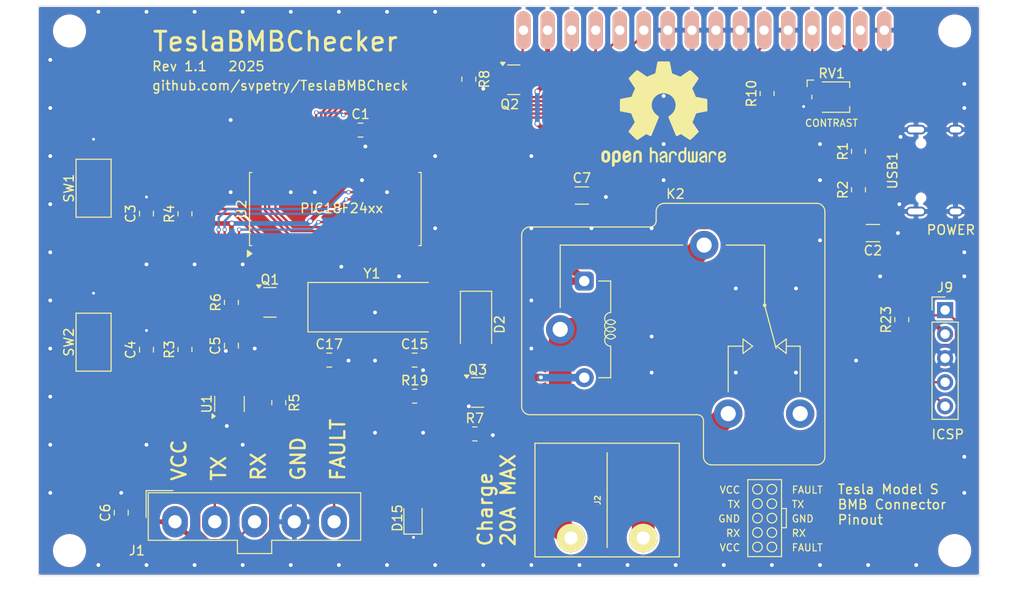
<source format=kicad_pcb>
(kicad_pcb (version 20241229) (generator "pcbnew") (generator_version "9.0")
  (title_block (title "TeslaBMBChecker") (date "2025-07-26") (rev "1.1"))
  (layers (0 "F.Cu" signal) (2 "B.Cu" signal) (13 "F.Paste" user) (15 "B.Paste" user) (5 "F.SilkS" user "F.Silkscreen") (7 "B.SilkS" user "B.Silkscreen") (1 "F.Mask" user) (3 "B.Mask" user) (25 "Edge.Cuts" user))
  (net 0 "")
  (net 1 "GND")
  (net 2 "VCC")
  (net 3 "Net-(U2-RA0{slash}AN0)")
  (net 4 "Net-(U2-RA1{slash}AN1)")
  (net 5 "Net-(Q1-S)")
  (net 6 "/OSC2")
  (net 7 "/OSC1")
  (net 8 "/LCD_D4")
  (net 9 "/LCD_D6")
  (net 10 "/LCD_D7")
  (net 11 "Net-(DS1-VO)")
  (net 12 "/LCD_RS")
  (net 13 "/LCD_E")
  (net 14 "/LED-")
  (net 15 "/LCD_D5")
  (net 16 "/BMS_RX")
  (net 17 "/BMS_TX")
  (net 18 "BMS_FAULT")
  (net 19 "/BMS_VCC")
  (net 20 "/PGD")
  (net 21 "/VPP")
  (net 22 "/PGC")
  (net 23 "/BMS_POWER_ON")
  (net 24 "BACKLT")
  (net 25 "/CC2")
  (net 26 "/CC1")
  (net 27 "Net-(R10-Pad1)")
  (net 28 "/RX")
  (net 29 "/TX")
  (net 32 "Net-(D2-A)")
  (net 42 "Net-(D15-A)")
  (net 43 "Net-(U2-CCP1{slash}RC2)")
  (net 45 "/EN_CHG")
  (net 46 "Net-(J2-Pin_2)")
  (net 47 "Net-(J2-Pin_1)")
  (footprint "Package_TO_SOT_SMD:SOT-23" (layer "F.Cu") (at 125.1435 55.438)
    (property "Reference" "Q2")
    (property "Value" "BSS138")
  )
  (footprint "MountingHole:MountingHole_3mm" (layer "F.Cu") (at 78.232 105.156)
    (property "Reference" "REF**" (hide yes))
    (property "Value" "MountingHole_3mm")
  )
  (footprint "Resistor_SMD:R_0805_2012Metric" (layer "F.Cu") (at 166.116 80.772 90)
    (property "Reference" "R23")
    (property "Value" "10K")
  )
  (footprint "LED_SMD:LED_0805_2012Metric" (layer "F.Cu") (at 114.5032 101.7247 90)
    (property "Reference" "D15")
    (property "Value" "INFO")
  )
  (footprint "Capacitor_SMD:C_1206_3216Metric" (layer "F.Cu") (at 163.068 71.628 180)
    (property "Reference" "C2")
    (property "Value" "10u")
  )
  (footprint "Symbol:OSHW-Logo2_14.6x12mm_SilkScreen" (layer "F.Cu") (at 140.97 59.055)
    (property "Reference" "REF**" (hide yes))
    (property "Value" "OSHW-Logo2_14.6x12mm_SilkScreen" (hide yes))
  )
  (footprint "Resistor_SMD:R_0805_2012Metric" (layer "F.Cu") (at 161.544 67.056 90)
    (property "Reference" "R2")
    (property "Value" "5K1")
  )
  (footprint "Capacitor_SMD:C_0805_2012Metric" (layer "F.Cu") (at 108.966 60.755)
    (property "Reference" "C1")
    (property "Value" "100n")
  )
  (footprint "Resistor_SMD:R_0805_2012Metric" (layer "F.Cu") (at 151.892 56.896 90)
    (property "Reference" "R10")
    (property "Value" "15K")
  )
  (footprint "Capacitor_SMD:C_0805_2012Metric" (layer "F.Cu") (at 86.36 69.576 90)
    (property "Reference" "C3")
    (property "Value" "100n")
  )
  (footprint "Resistor_SMD:R_0805_2012Metric" (layer "F.Cu") (at 95.3285 78.945 90)
    (property "Reference" "R6")
    (property "Value" "15")
  )
  (footprint "Capacitor_SMD:C_0805_2012Metric" (layer "F.Cu") (at 114.674 85.041)
    (property "Reference" "C15")
    (property "Value" "22p")
  )
  (footprint "Resistor_SMD:R_0805_2012Metric" (layer "F.Cu") (at 120.396 55.372 -90)
    (property "Reference" "R8")
    (property "Value" "10K")
  )
  (footprint "Package_TO_SOT_SMD:SOT-23" (layer "F.Cu") (at 99.3925 78.945)
    (property "Reference" "Q1")
    (property "Value" "IRLML2244")
  )
  (footprint "Crystal:Crystal_SMD_HC49-SD" (layer "F.Cu") (at 110.168 79.453)
    (property "Reference" "Y1")
    (property "Value" "10 MHz")
  )
  (footprint "Resistor_SMD:R_0805_2012Metric" (layer "F.Cu") (at 114.681 88.851 180)
    (property "Reference" "R19")
    (property "Value" "1K")
  )
  (footprint "Capacitor_SMD:C_0805_2012Metric" (layer "F.Cu") (at 86.36 83.947 90)
    (property "Reference" "C4")
    (property "Value" "100n")
  )
  (footprint "Package_TO_SOT_SMD:SOT-23" (layer "F.Cu") (at 121.3335 88.458)
    (property "Reference" "Q3")
    (property "Value" "IRLML2502")
  )
  (footprint "Diode_SMD:D_SMA" (layer "F.Cu") (at 121.158 81.28 -90)
    (property "Reference" "D2")
    (property "Value" "SS14")
  )
  (footprint "MountingHole:MountingHole_3mm" (layer "F.Cu") (at 171.704 50.292)
    (property "Reference" "REF**" (hide yes))
    (property "Value" "MountingHole_3mm")
  )
  (footprint "Resistor_SMD:R_0805_2012Metric" (layer "F.Cu") (at 100.33 89.535 -90)
    (property "Reference" "R5")
    (property "Value" "4K7")
  )
  (footprint "Resistor_SMD:R_0805_2012Metric" (layer "F.Cu") (at 161.544 62.992 90)
    (property "Reference" "R1")
    (property "Value" "5K1")
  )
  (footprint "Resistor_SMD:R_0805_2012Metric" (layer "F.Cu") (at 90.424 83.9235 90)
    (property "Reference" "R3")
    (property "Value" "4K7")
  )
  (footprint "Button_Switch_SMD:SW_SPST_CK_RS282G05A3" (layer "F.Cu") (at 80.772 83.148 90)
    (property "Reference" "SW2")
    (property "Value" "~")
  )
  (footprint "Package_TO_SOT_SMD:SOT-23-6" (layer "F.Cu") (at 95.123 89.662 90)
    (property "Reference" "U1")
    (property "Value" "USBLC6")
  )
  (footprint "spetry:KF7.62_2P" (layer "F.Cu") (at 135.001 99.822)
    (property "Reference" "J2")
    (property "Value" "CHARGE" (hide yes))
  )
  (footprint "spetry:Molex_Mini-Fit_Jr_5566-10A_1x05_P4.20mm_Vertical" (layer "F.Cu") (at 89.372 96.608)
    (property "Reference" "J1")
    (property "Value" "TESLA_BMS")
  )
  (footprint "Resistor_SMD:R_0805_2012Metric" (layer "F.Cu") (at 121.031 92.837)
    (property "Reference" "R7")
    (property "Value" "10K")
  )
  (footprint "Potentiometer_SMD:Potentiometer_Bourns_TC33X_Vertical" (layer "F.Cu") (at 158.718 57.27)
    (property "Reference" "RV1")
    (property "Value" "10K")
  )
  (footprint "Capacitor_SMD:C_0805_2012Metric" (layer "F.Cu") (at 105.662 85.041)
    (property "Reference" "C17")
    (property "Value" "22p")
  )
  (footprint "MountingHole:MountingHole_3mm" (layer "F.Cu") (at 78.232 50.292)
    (property "Reference" "REF**" (hide yes))
    (property "Value" "MountingHole_3mm")
  )
  (footprint "Resistor_SMD:R_0805_2012Metric" (layer "F.Cu") (at 90.424 69.596 -90)
    (property "Reference" "R4")
    (property "Value" "4K7")
  )
  (footprint "MountingHole:MountingHole_3mm" (layer "F.Cu") (at 171.704 105.156)
    (property "Reference" "REF**" (hide yes))
    (property "Value" "MountingHole_3mm")
  )
  (footprint "Button_Switch_SMD:SW_SPST_CK_RS282G05A3" (layer "F.Cu") (at 80.772 66.892 90)
    (property "Reference" "SW1")
    (property "Value" "~")
  )
  (footprint "Capacitor_SMD:C_0805_2012Metric" (layer "F.Cu") (at 95.3285 83.517 -90)
    (property "Reference" "C5")
    (property "Value" "1u")
  )
  (footprint "Capacitor_SMD:C_1206_3216Metric" (layer "F.Cu") (at 132.334 67.6656)
    (property "Reference" "C7")
    (property "Value" "10u")
  )
  (footprint "Capacitor_SMD:C_0805_2012Metric" (layer "F.Cu") (at 83.693 101.153 90)
    (property "Reference" "C6")
    (property "Value" "47n")
  )
  (footprint "Connector_PinHeader_2.54mm:PinHeader_1x05_P2.54mm_Vertical" (layer "F.Cu") (at 170.688 79.756)
    (property "Reference" "J9")
    (property "Value" "ICSP")
  )
  (footprint "Package_SO:SOIC-28W_7.5x17.9mm_P1.27mm" (layer "F.Cu") (at 106.299 69.088 90)
    (property "Reference" "U2")
    (property "Value" "PIC18F2480-ISO")
  )
  (footprint "Relay_THT:Relay_SPDT_RAYEX-L90" (layer "F.Cu") (at 130.046 81.796)
    (property "Reference" "K2")
    (property "Value" "SLA-05VDC-SL-C")
  )
  (footprint "spetry:HRO-TYPE-C-31-M-12" (layer "F.Cu") (at 174.392 65.024 90)
    (property "Reference" "USB1")
    (property "Value" "POWER" (hide yes))
  )
  (footprint "spetry:LCD-20x4" (layer "B.Cu") (at 125.27464 77.70644 180)
    (property "Reference" "DS1")
    (property "Value" "WC1602A")
  )
  (gr_circle (center 152.4 98.679) (end 152.4 99.187) (stroke (width 0.12)) (fill no) (layer "F.SilkS"))
  (gr_circle (center 150.876 100.203) (end 150.876 100.711) (stroke (width 0.12)) (fill no) (layer "F.SilkS"))
  (gr_circle (center 152.4 103.251) (end 152.4 103.759) (stroke (width 0.12)) (fill no) (layer "F.SilkS"))
  (gr_circle (center 152.4 101.727) (end 152.4 102.235) (stroke (width 0.12)) (fill no) (layer "F.SilkS"))
  (gr_line (start 153.416 100.711) (end 153.924 100.711) (stroke (width 0.12)) (layer "F.SilkS"))
  (gr_line (start 149.86 105.791) (end 149.86 97.663) (stroke (width 0.12)) (layer "F.SilkS"))
  (gr_line (start 153.416 105.791) (end 149.86 105.791) (stroke (width 0.12)) (layer "F.SilkS"))
  (gr_line (start 153.924 102.743) (end 153.416 102.743) (stroke (width 0.12)) (layer "F.SilkS"))
  (gr_circle (center 150.876 103.251) (end 150.876 103.759) (stroke (width 0.12)) (fill no) (layer "F.SilkS"))
  (gr_circle (center 150.876 98.679) (end 150.876 99.187) (stroke (width 0.12)) (fill no) (layer "F.SilkS"))
  (gr_circle (center 152.4 104.775) (end 152.4 105.283) (stroke (width 0.12)) (fill no) (layer "F.SilkS"))
  (gr_line (start 149.86 97.663) (end 153.416 97.663) (stroke (width 0.12)) (layer "F.SilkS"))
  (gr_circle (center 150.876 101.727) (end 150.876 102.235) (stroke (width 0.12)) (fill no) (layer "F.SilkS"))
  (gr_circle (center 152.4 100.203) (end 152.4 100.711) (stroke (width 0.12)) (fill no) (layer "F.SilkS"))
  (gr_line (start 153.416 97.663) (end 153.416 105.791) (stroke (width 0.12)) (layer "F.SilkS"))
  (gr_line (start 153.924 100.711) (end 153.924 102.743) (stroke (width 0.12)) (layer "F.SilkS"))
  (gr_circle (center 150.876 104.775) (end 150.876 105.283) (stroke (width 0.12)) (fill no) (layer "F.SilkS"))
  (gr_line (start 74.93 107.823) (end 76.2 107.823) (stroke (width 0.05)) (layer "Edge.Cuts"))
  (gr_line (start 74.93 107.823) (end 74.93 47.625) (stroke (width 0.05)) (layer "Edge.Cuts"))
  (gr_line (start 76.2 47.625) (end 174.371 47.625) (stroke (width 0.05)) (layer "Edge.Cuts"))
  (gr_line (start 74.93 47.625) (end 76.2 47.625) (stroke (width 0.05)) (layer "Edge.Cuts"))
  (gr_line (start 174.371 107.823) (end 76.2 107.823) (stroke (width 0.05)) (layer "Edge.Cuts"))
  (gr_line (start 174.371 47.625) (end 174.371 107.823) (stroke (width 0.05)) (layer "Edge.Cuts"))
  (gr_text "RX" (at 147.490571 103.759 0) (layer "F.SilkS") (effects (font (size 0.75 0.75) (thickness 0.12)) (justify left bottom)))
  (gr_text "TX" (at 154.432 100.711 0) (layer "F.SilkS") (effects (font (size 0.75 0.75) (thickness 0.12)) (justify left bottom)))
  (gr_text "VCC" (at 146.812 99.187 0) (layer "F.SilkS") (effects (font (size 0.75 0.75) (thickness 0.12)) (justify left bottom)))
  (gr_text "ICSP" (at 169.164 93.472 0) (layer "F.SilkS") (effects (font (size 1 1)) (justify left bottom)))
  (gr_text "TX" (at 94.869 97.917 90) (layer "F.SilkS") (effects (font (size 1.5 1.5) (thickness 0.25) (bold yes)) (justify left bottom)))
  (gr_text "VCC" (at 90.678 97.917 90) (layer "F.SilkS") (effects (font (size 1.5 1.5) (thickness 0.25) (bold yes)) (justify left bottom)))
  (gr_text "Charge\n20A MAX" (at 125.4252 104.8512 90) (layer "F.SilkS") (effects (font (size 1.5 1.5) (thickness 0.25) (bold yes)) (justify left bottom)))
  (gr_text "RX" (at 99.06 97.917 90) (layer "F.SilkS") (effects (font (size 1.5 1.5) (thickness 0.25) (bold yes)) (justify left bottom)))
  (gr_text "GND" (at 146.669143 102.235 0) (layer "F.SilkS") (effects (font (size 0.75 0.75) (thickness 0.12)) (justify left bottom)))
  (gr_text "GND" (at 154.432 102.235 0) (layer "F.SilkS") (effects (font (size 0.75 0.75) (thickness 0.12)) (justify left bottom)))
  (gr_text "github.com/svpetry/TeslaBMBCheck" (at 86.868 56.642 0) (layer "F.SilkS") (effects (font (size 1 1)) (justify left bottom)))
  (gr_text "TX" (at 147.669142 100.711 0) (layer "F.SilkS") (effects (font (size 0.75 0.75) (thickness 0.12)) (justify left bottom)))
  (gr_text "PIC18F24xx" (at 102.489 69.596 0) (layer "F.SilkS") (effects (font (size 1 1)) (justify left bottom)))
  (gr_text "GND" (at 103.251 97.917 90) (layer "F.SilkS") (effects (font (size 1.5 1.5) (thickness 0.25) (bold yes)) (justify left bottom)))
  (gr_text "Tesla Model S\nBMB Connector\nPinout" (at 159.258 102.489 0) (layer "F.SilkS") (effects (font (size 1 1)) (justify left bottom)))
  (gr_text "VCC" (at 146.812 105.283 0) (layer "F.SilkS") (effects (font (size 0.75 0.75) (thickness 0.12)) (justify left bottom)))
  (gr_text "CONTRAST" (at 155.829 60.452 0) (layer "F.SilkS") (effects (font (size 0.75 0.75) (thickness 0.12)) (justify left bottom)))
  (gr_text "TeslaBMBChecker" (at 86.868 52.578 0) (layer "F.SilkS") (effects (font (size 2 2) (thickness 0.3)) (justify left bottom)))
  (gr_text "RX" (at 154.432 103.759 0) (layer "F.SilkS") (effects (font (size 0.75 0.75) (thickness 0.12)) (justify left bottom)))
  (gr_text "FAULT" (at 107.442 97.917 90) (layer "F.SilkS") (effects (font (size 1.5 1.5) (thickness 0.25) (bold yes)) (justify left bottom)))
  (gr_text "POWER" (at 168.656 71.882 0) (layer "F.SilkS") (effects (font (size 1 1)) (justify left bottom)))
  (gr_text "Rev 1.1   2025" (at 86.868 54.61 0) (layer "F.SilkS") (effects (font (size 1 1)) (justify left bottom)))
  (gr_text "FAULT" (at 154.432 99.187 0) (layer "F.SilkS") (effects (font (size 0.75 0.75) (thickness 0.12)) (justify left bottom)))
  (gr_text "FAULT" (at 154.432 105.283 0) (layer "F.SilkS") (effects (font (size 0.75 0.75) (thickness 0.12)) (justify left bottom)))
  (segment (start 134.7216 67.6656) (end 134.874 67.818) (width 0.8) (layer "F.Cu") (net 1))
  (segment (start 166.193 68.249) (end 165.862 68.58) (width 0.5) (layer "F.Cu") (net 1))
  (segment (start 166.697 68.249) (end 166.193 68.249) (width 0.5) (layer "F.Cu") (net 1))
  (segment (start 95.123 90.7995) (end 95.123 91.7194) (width 0.5) (layer "F.Cu") (net 1))
  (segment (start 122.809 92.837) (end 122.936 92.964) (width 0.5) (layer "F.Cu") (net 1))
  (segment (start 106.612 85.041) (end 107.647 85.041) (width 0.5) (layer "F.Cu") (net 1))
  (segment (start 164.543 71.628) (end 165.7096 71.628) (width 0.8) (layer "F.Cu") (net 1))
  (segment (start 80.772 62.992) (end 80.772 61.722) (width 0.25) (layer "F.Cu") (net 1))
  (segment (start 121.9435 92.837) (end 122.809 92.837) (width 0.5) (layer "F.Cu") (net 1))
  (segment (start 106.934 73.738) (end 106.934 75.184) (width 0.5) (layer "F.Cu") (net 1))
  (segment (start 114.5032 103.7082) (end 114.554 103.759) (width 0.25) (layer "F.Cu") (net 1))
  (segment (start 109.474 62.484) (end 109.474 61.197) (width 0.5) (layer "F.Cu") (net 1))
  (segment (start 115.624 86.052) (end 115.57 86.106) (width 0.5) (layer "F.Cu") (net 1))
  (segment (start 133.809 67.6656) (end 134.7216 67.6656) (width 0.8) (layer "F.Cu") (net 1))
  (segment (start 155.7552 58.27) (end 155.7528 58.2676) (width 0.25) (layer "F.Cu") (net 1))
  (segment (start 166.32 61.799) (end 165.989 61.468) (width 0.5) (layer "F.Cu") (net 1))
  (segment (start 114.5032 102.6622) (end 114.5032 103.7082) (width 0.25) (layer "F.Cu") (net 1))
  (segment (start 80.772 79.248) (end 80.772 77.978) (width 0.25) (layer "F.Cu") (net 1))
  (segment (start 107.647 85.041) (end 107.696 85.09) (width 0.5) (layer "F.Cu") (net 1))
  (segment (start 86.36 82.997) (end 86.36 81.915) (width 0.25) (layer "F.Cu") (net 1))
  (segment (start 95.123 91.7194) (end 94.8436 91.9988) (width 0.5) (layer "F.Cu") (net 1))
  (segment (start 83.693 100.203) (end 83.693 99.06) (width 0.5) (layer "F.Cu") (net 1))
  (segment (start 86.36 68.9) (end 86.36 67.818) (width 0.25) (layer "F.Cu") (net 1))
  (segment (start 109.474 61.197) (end 109.916 60.755) (width 0.5) (layer "F.Cu") (net 1))
  (segment (start 124.206 56.388) (end 121.92 56.388) (width 0.5) (layer "F.Cu") (net 1))
  (segment (start 120.396 56.2845) (end 121.8165 56.2845) (width 0.5) (layer "F.Cu") (net 1))
  (segment (start 166.697 61.799) (end 166.32 61.799) (width 0.5) (layer "F.Cu") (net 1))
  (segment (start 120.396 89.408) (end 120.396 89.916) (width 0.5) (layer "F.Cu") (net 1))
  (segment (start 156.918 58.27) (end 155.7552 58.27) (width 0.25) (layer "F.Cu") (net 1))
  (segment (start 115.624 85.041) (end 115.624 86.052) (width 0.5) (layer "F.Cu") (net 1))
  (segment (start 109.474 64.438) (end 109.474 62.484) (width 0.5) (layer "F.Cu") (net 1))
  (segment (start 121.8165 56.2845) (end 121.92 56.388) (width 0.5) (layer "F.Cu") (net 1))
  (via (at 172.72 95.25) (size 0.6) (drill 0.4) (layers "F.Cu" "B.Cu") (net 1))
  (via (at 147.32 106.68) (size 0.6) (drill 0.4) (layers "F.Cu" "B.Cu") (net 1))
  (via (at 162.56 106.68) (size 0.6) (drill 0.4) (layers "F.Cu" "B.Cu") (net 1))
  (via (at 114.554 103.759) (size 0.45) (drill 0.3) (layers "F.Cu" "B.Cu") (net 1))
  (via (at 86.36 81.915) (size 0.45) (drill 0.3) (layers "F.Cu" "B.Cu") (net 1))
  (via (at 163.83 76.2) (size 0.6) (drill 0.4) (layers "F.Cu" "B.Cu") (net 1))
  (via (at 96.52 106.68) (size 0.6) (drill 0.4) (layers "F.Cu" "B.Cu") (net 1))
  (via (at 96.52 74.93) (size 0.6) (drill 0.4) (layers "F.Cu" "B.Cu") (net 1))
  (via (at 83.693 99.06) (size 0.6) (drill 0.4) (layers "F.Cu" "B.Cu") (net 1))
  (via (at 91.44 106.68) (size 0.6) (drill 0.4) (layers "F.Cu" "B.Cu") (net 1))
  (via (at 116.84 71.12) (size 0.6) (drill 0.4) (layers "F.Cu" "B.Cu") (net 1))
  (via (at 137.16 106.68) (size 0.6) (drill 0.4) (layers "F.Cu" "B.Cu") (net 1))
  (via (at 94.742 84.074) (size 0.6) (drill 0.4) (layers "F.Cu" "B.Cu") (net 1))
  (via (at 116.84 48.26) (size 0.6) (drill 0.4) (layers "F.Cu" "B.Cu") (net 1))
  (via (at 80.772 61.722) (size 0.45) (drill 0.3) (layers "F.Cu" "B.Cu") (net 1))
  (via (at 86.36 93.98) (size 0.6) (drill 0.4) (layers "F.Cu" "B.Cu") (net 1))
  (via (at 122.936 92.964) (size 0.6) (drill 0.4) (layers "F.Cu" "B.Cu") (net 1))
  (via (at 127 63.5) (size 0.6) (drill 0.4) (layers "F.Cu" "B.Cu") (net 1))
  (via (at 172.72 99.06) (size 0.6) (drill 0.4) (layers "F.Cu" "B.Cu") (net 1))
  (via (at 91.44 74.93) (size 0.6) (drill 0.4) (layers "F.Cu" "B.Cu") (net 1))
  (via (at 95.25 59.69) (size 0.6) (drill 0.4) (layers "F.Cu" "B.Cu") (net 1))
  (via (at 139.7 71.12) (size 0.6) (drill 0.4) (layers "F.Cu" "B.Cu") (net 1))
  (via (at 86.36 48.26) (size 0.6) (drill 0.4) (layers "F.Cu" "B.Cu") (net 1))
  (via (at 165.7096 71.628) (size 0.6) (drill 0.4) (layers "F.Cu" "B.Cu") (net 1))
  (via (at 111.76 67.31) (size 0.6) (drill 0.4) (layers "F.Cu" "B.Cu") (net 1))
  (via (at 110.49 80.01) (size 0.6) (drill 0.4) (layers "F.Cu" "B.Cu") (net 1))
  (via (at 76.2 83.82) (size 0.6) (drill 0.4) (layers "F.Cu" "B.Cu") (net 1))
  (via (at 111.76 106.68) (size 0.6) (drill 0.4) (layers "F.Cu" "B.Cu") (net 1))
  (via (at 165.989 61.468) (size 0.6) (drill 0.4) (layers "F.Cu" "B.Cu") (net 1))
  (via (at 127 83.82) (size 0.6) (drill 0.4) (layers "F.Cu" "B.Cu") (net 1))
  (via (at 104.14 67.31) (size 0.6) (drill 0.4) (layers "F.Cu" "B.Cu") (net 1))
  (via (at 101.6 106.68) (size 0.6) (drill 0.4) (layers "F.Cu" "B.Cu") (net 1))
  (via (at 76.2 88.9) (size 0.6) (drill 0.4) (layers "F.Cu" "B.Cu") (net 1))
  (via (at 76.2 93.98) (size 0.6) (drill 0.4) (layers "F.Cu" "B.Cu") (net 1))
  (via (at 157.48 106.68) (size 0.6) (drill 0.4) (layers "F.Cu" "B.Cu") (net 1))
  (via (at 107.696 85.09) (size 0.6) (drill 0.4) (layers "F.Cu" "B.Cu") (net 1))
  (via (at 172.72 58.42) (size 0.6) (drill 0.4) (layers "F.Cu" "B.Cu") (net 1))
  (via (at 148.59 77.47) (size 0.6) (drill 0.4) (layers "F.Cu" "B.Cu") (net 1))
  (via (at 76.2 63.5) (size 0.6) (drill 0.4) (layers "F.Cu" "B.Cu") (net 1))
  (via (at 76.2 58.42) (size 0.6) (drill 0.4) (layers "F.Cu" "B.Cu") (net 1))
  (via (at 96.52 48.26) (size 0.6) (drill 0.4) (layers "F.Cu" "B.Cu") (net 1))
  (via (at 121.92 106.68) (size 0.6) (drill 0.4) (layers "F.Cu" "B.Cu") (net 1))
  (via (at 106.68 106.68) (size 0.6) (drill 0.4) (layers "F.Cu" "B.Cu") (net 1))
  (via (at 127 106.68) (size 0.6) (drill 0.4) (layers "F.Cu" "B.Cu") (net 1))
  (via (at 161.29 85.09) (size 0.6) (drill 0.4) (layers "F.Cu" "B.Cu") (net 1))
  (via (at 76.2 73.66) (size 0.6) (drill 0.4) (layers "F.Cu" "B.Cu") (net 1))
  (via (at 172.72 73.66) (size 0.6) (drill 0.4) (layers "F.Cu" "B.Cu") (net 1))
  (via (at 154.94 77.47) (size 0.6) (drill 0.4) (layers "F.Cu" "B.Cu") (net 1))
  (via (at 157.48 72.39) (size 0.6) (drill 0.4) (layers "F.Cu" "B.Cu") (net 1))
  (via (at 127 78.74) (size 0.6) (drill 0.4) (layers "F.Cu" "B.Cu") (net 1))
  (via (at 94.8436 91.9988) (size 0.6) (drill 0.4) (layers "F.Cu" "B.Cu") (net 1))
  (via (at 172.72 55.88) (size 0.6) (drill 0.4) (layers "F.Cu" "B.Cu") (net 1))
  (via (at 115.57 86.106) (size 0.6) (drill 0.4) (layers "F.Cu" "B.Cu") (net 1))
  (via (at 95.25 67.31) (size 0.6) (drill 0.4) (layers "F.Cu" "B.Cu") (net 1))
  (via (at 76.2 68.58) (size 0.6) (drill 0.4) (layers "F.Cu" "B.Cu") (net 1))
  (via (at 132.08 106.68) (size 0.6) (drill 0.4) (layers "F.Cu" "B.Cu") (net 1))
  (via (at 152.4 106.68) (size 0.6) (drill 0.4) (layers "F.Cu" "B.Cu") (net 1))
  (via (at 116.84 63.5) (size 0.6) (drill 0.4) (layers "F.Cu" "B.Cu") (net 1))
  (via (at 139.7 86.36) (size 0.6) (drill 0.4) (layers "F.Cu" "B.Cu") (net 1))
  (via (at 140.97 62.23) (size 0.6) (drill 0.4) (layers "F.Cu" "B.Cu") (net 1))
  (via (at 86.36 74.93) (size 0.6) (drill 0.4) (layers "F.Cu" "B.Cu") (net 1))
  (via (at 127 71.12) (size 0.6) (drill 0.4) (layers "F.Cu" "B.Cu") (net 1))
  (via (at 165.862 68.58) (size 0.6) (drill 0.4) (layers "F.Cu" "B.Cu") (net 1))
  (via (at 133.35 71.12) (size 0.6) (drill 0.4) (layers "F.Cu" "B.Cu") (net 1))
  (via (at 134.874 67.818) (size 0.6) (drill 0.4) (layers "F.Cu" "B.Cu") (net 1))
  (via (at 111.76 48.26) (size 0.6) (drill 0.4) (layers "F.Cu" "B.Cu") (net 1))
  (via (at 101.6 67.31) (size 0.6) (drill 0.4) (layers "F.Cu" "B.Cu") (net 1))
  (via (at 113.03 76.2) (size 0.6) (drill 0.4) (layers "F.Cu" "B.Cu") (net 1))
  (via (at 140.97 57.15) (size 0.6) (drill 0.4) (layers "F.Cu" "B.Cu") (net 1))
  (via (at 86.36 67.818) (size 0.45) (drill 0.3) (layers "F.Cu" "B.Cu") (net 1))
  (via (at 155.7528 58.2676) (size 0.45) (drill 0.3) (layers "F.Cu" "B.Cu") (net 1))
  (via (at 115.57 92.71) (size 0.6) (drill 0.4) (layers "F.Cu" "B.Cu") (net 1))
  (via (at 81.28 48.26) (size 0.6) (drill 0.4) (layers "F.Cu" "B.Cu") (net 1))
  (via (at 116.84 106.68) (size 0.6) (drill 0.4) (layers "F.Cu" "B.Cu") (net 1))
  (via (at 106.934 75.184) (size 0.6) (drill 0.4) (layers "F.Cu" "B.Cu") (net 1))
  (via (at 157.48 62.23) (size 0.6) (drill 0.4) (layers "F.Cu" "B.Cu") (net 1))
  (via (at 76.2 99.06) (size 0.6) (drill 0.4) (layers "F.Cu" "B.Cu") (net 1))
  (via (at 120.396 89.916) (size 0.6) (drill 0.4) (layers "F.Cu" "B.Cu") (net 1))
  (via (at 109.474 62.484) (size 0.6) (drill 0.4) (layers "F.Cu" "B.Cu") (net 1))
  (via (at 76.2 53.34) (size 0.6) (drill 0.4) (layers "F.Cu" "B.Cu") (net 1))
  (via (at 101.6 48.26) (size 0.6) (drill 0.4) (layers "F.Cu" "B.Cu") (net 1))
  (via (at 91.44 48.26) (size 0.6) (drill 0.4) (layers "F.Cu" "B.Cu") (net 1))
  (via (at 81.28 106.68) (size 0.6) (drill 0.4) (layers "F.Cu" "B.Cu") (net 1))
  (via (at 96.52 93.98) (size 0.6) (drill 0.4) (layers "F.Cu" "B.Cu") (net 1))
  (via (at 172.72 76.2) (size 0.6) (drill 0.4) (layers "F.Cu" "B.Cu") (net 1))
  (via (at 148.59 86.36) (size 0.6) (drill 0.4) (layers "F.Cu" "B.Cu") (net 1))
  (via (at 121.92 56.388) (size 0.6) (drill 0.4) (layers "F.Cu" "B.Cu") (net 1))
  (via (at 97.79 83.82) (size 0.6) (drill 0.4) (layers "F.Cu" "B.Cu") (net 1))
  (via (at 80.772 77.978) (size 0.45) (drill 0.3) (layers "F.Cu" "B.Cu") (net 1))
  (via (at 109.1184 66.04) (size 0.6) (drill 0.4) (layers "F.Cu" "B.Cu") (net 1))
  (via (at 139.7 82.55) (size 0.6) (drill 0.4) (layers "F.Cu" "B.Cu") (net 1))
  (via (at 154.94 86.36) (size 0.6) (drill 0.4) (layers "F.Cu" "B.Cu") (net 1))
  (via (at 110.49 85.09) (size 0.6) (drill 0.4) (layers "F.Cu" "B.Cu") (net 1))
  (via (at 167.64 106.68) (size 0.6) (drill 0.4) (layers "F.Cu" "B.Cu") (net 1))
  (via (at 110.49 92.71) (size 0.6) (drill 0.4) (layers "F.Cu" "B.Cu") (net 1))
  (via (at 76.2 78.74) (size 0.6) (drill 0.4) (layers "F.Cu" "B.Cu") (net 1))
  (via (at 157.48 66.04) (size 0.6) (drill 0.4) (layers "F.Cu" "B.Cu") (net 1))
  (via (at 142.24 106.68) (size 0.6) (drill 0.4) (layers "F.Cu" "B.Cu") (net 1))
  (via (at 140.97 66.04) (size 0.6) (drill 0.4) (layers "F.Cu" "B.Cu") (net 1))
  (via (at 106.68 48.26) (size 0.6) (drill 0.4) (layers "F.Cu" "B.Cu") (net 1))
  (via (at 86.36 106.68) (size 0.6) (drill 0.4) (layers "F.Cu" "B.Cu") (net 1))
  (segment (start 162.826 59.805) (end 165.595 62.574) (width 0.5) (layer "F.Cu") (net 2))
  (segment (start 159.3578 69.3928) (end 161.593 71.628) (width 0.8) (layer "F.Cu") (net 2))
  (segment (start 95.123 88.5245) (end 95.123 85.949436) (width 0.5) (layer "F.Cu") (net 2))
  (segment (start 167.48457 62.574) (end 166.697 62.574) (width 0.4) (layer "F.Cu") (net 2))
  (segment (start 130.859 67.6656) (end 130.859 74.969) (width 0.8) (layer "F.Cu") (net 2))
  (segment (start 94.016 79.345) (end 95.3285 78.0325) (width 0.5) (layer "F.Cu") (net 2))
  (segment (start 128.7138 50.20586) (end 128.7138 55.5982) (width 0.5) (layer "F.Cu") (net 2))
  (segment (start 131.367 69.3928) (end 159.3578 69.3928) (width 0.8) (layer "F.Cu") (net 2))
  (segment (start 95.377 70.612) (end 90.5275 70.612) (width 0.5) (layer "F.Cu") (net 2))
  (segment (start 108.204 65.815) (end 108.204 64.438) (width 0.5) (layer "F.Cu") (net 2))
  (segment (start 90.424 83.011) (end 90.424 70.5085) (width 0.25) (layer "F.Cu") (net 2))
  (segment (start 94.016 84.842436) (end 94.016 79.345) (width 0.5) (layer "F.Cu") (net 2))
  (segment (start 105.2975 68.7215) (end 130.6957 68.7215) (width 0.5) (layer "F.Cu") (net 2))
  (segment (start 161.7338 58.7128) (end 162.826 59.805) (width 0.5) (layer "F.Cu") (net 2))
  (segment (start 130.859 68.8848) (end 130.9996 69.0254) (width 0.8) (layer "F.Cu") (net 2))
  (segment (start 95.3285 78.0325) (end 95.3285 70.6605) (width 0.5) (layer "F.Cu") (net 2))
  (segment (start 167.48457 67.474) (end 167.894 67.06457) (width 0.4) (layer "F.Cu") (net 2))
  (segment (start 130.859 67.6656) (end 130.859 68.8848) (width 0.8) (layer "F.Cu") (net 2))
  (segment (start 170.688 82.296) (end 169.545 81.153) (width 0.5) (layer "F.Cu") (net 2))
  (segment (start 167.894 67.06457) (end 167.894 62.98343) (width 0.4) (layer "F.Cu") (net 2))
  (segment (start 151.892 55.9835) (end 150.891 56.9845) (width 0.25) (layer "F.Cu") (net 2))
  (segment (start 123.742 76.696) (end 121.158 79.28) (width 0.8) (layer "F.Cu") (net 2))
  (segment (start 132.586 76.696) (end 123.742 76.696) (width 0.8) (layer "F.Cu") (net 2))
  (segment (start 105.2975 68.7215) (end 108.204 65.815) (width 0.5) (layer "F.Cu") (net 2))
  (segment (start 130.9996 69.0254) (end 131.367 69.3928) (width 0.8) (layer "F.Cu") (net 2))
  (segment (start 130.859 74.969) (end 132.586 76.696) (width 0.8) (layer "F.Cu") (net 2))
  (segment (start 130.859 63.295) (end 130.859 67.6656) (width 0.5) (layer "F.Cu") (net 2))
  (segment (start 127.635 60.071) (end 130.859 63.295) (width 0.5) (layer "F.Cu") (net 2))
  (segment (start 169.545 81.153) (end 166.6475 81.153) (width 0.5) (layer "F.Cu") (net 2))
  (segment (start 150.891 58.30616) (end 152.38984 59.805) (width 0.25) (layer "F.Cu") (net 2))
  (segment (start 166.116 81.6845) (end 161.593 77.1615) (width 0.5) (layer "F.Cu") (net 2))
  (segment (start 108.204 64.438) (end 108.204 60.943) (width 0.5) (layer "F.Cu") (net 2))
  (segment (start 167.894 62.98343) (end 167.48457 62.574) (width 0.4) (layer "F.Cu") (net 2))
  (segment (start 90.5275 70.612) (end 90.424 70.5085) (width 0.5) (layer "F.Cu") (net 2))
  (segment (start 166.697 67.474) (end 167.48457 67.474) (width 0.4) (layer "F.Cu") (net 2))
  (segment (start 128.7138 55.5982) (end 127.635 56.677) (width 0.5) (layer "F.Cu") (net 2))
  (segment (start 161.593 71.628) (end 165.747 67.474) (width 0.5) (layer "F.Cu") (net 2))
  (segment (start 130.6957 68.7215) (end 130.9996 69.0254) (width 0.5) (layer "F.Cu") (net 2))
  (segment (start 103.6465 70.3725) (end 105.2975 68.7215) (width 0.5) (layer "F.Cu") (net 2))
  (segment (start 95.123 85.949436) (end 94.016 84.842436) (width 0.5) (layer "F.Cu") (net 2))
  (segment (start 95.3285 70.6605) (end 95.377 70.612) (width 0.5) (layer "F.Cu") (net 2))
  (segment (start 161.593 77.1615) (end 161.593 71.628) (width 0.5) (layer "F.Cu") (net 2))
  (segment (start 108.204 60.943) (end 108.016 60.755) (width 0.5) (layer "F.Cu") (net 2))
  (segment (start 166.6475 81.153) (end 166.116 81.6845) (width 0.5) (layer "F.Cu") (net 2))
  (segment (start 152.38984 59.805) (end 162.826 59.805) (width 0.25) (layer "F.Cu") (net 2))
  (segment (start 165.747 67.474) (end 166.697 67.474) (width 0.5) (layer "F.Cu") (net 2))
  (segment (start 165.595 62.574) (end 166.697 62.574) (width 0.5) (layer "F.Cu") (net 2))
  (segment (start 161.7338 50.20586) (end 161.7338 58.7128) (width 0.5) (layer "F.Cu") (net 2))
  (segment (start 150.891 56.9845) (end 150.891 58.30616) (width 0.25) (layer "F.Cu") (net 2))
  (via (at 103.6465 70.3725) (size 0.6) (drill 0.4) (layers "F.Cu" "B.Cu") (net 2))
  (via (at 127.635 56.677) (size 0.6) (drill 0.4) (layers "F.Cu" "B.Cu") (net 2))
  (via (at 127.635 60.071) (size 0.6) (drill 0.4) (layers "F.Cu" "B.Cu") (net 2))
  (via (at 95.377 70.612) (size 0.6) (drill 0.4) (layers "F.Cu" "B.Cu") (net 2))
  (segment (start 95.377 70.612) (end 103.407 70.612) (width 0.5) (layer "B.Cu") (net 2))
  (segment (start 127.635 56.677) (end 127.635 60.071) (width 0.5) (layer "B.Cu") (net 2))
  (segment (start 103.407 70.612) (end 103.6465 70.3725) (width 0.5) (layer "B.Cu") (net 2))
  (segment (start 80.772 70.792) (end 83.508 70.792) (width 0.25) (layer "F.Cu") (net 3))
  (segment (start 95.688999 69.088) (end 99.314 72.713001) (width 0.25) (layer "F.Cu") (net 3))
  (segment (start 88.1732 70.526) (end 90.0157 68.6835) (width 0.25) (layer "F.Cu") (net 3))
  (segment (start 86.3775 70.5085) (end 86.36 70.526) (width 0.25) (layer "F.Cu") (net 3))
  (segment (start 83.508 70.792) (end 83.516 70.8) (width 0.25) (layer "F.Cu") (net 3))
  (segment (start 90.0157 68.6835) (end 90.424 68.6835) (width 0.25) (layer "F.Cu") (net 3))
  (segment (start 86.36 70.526) (end 88.1732 70.526) (width 0.25) (layer "F.Cu") (net 3))
  (segment (start 90.424 68.6835) (end 90.8285 69.088) (width 0.25) (layer "F.Cu") (net 3))
  (segment (start 90.8285 69.088) (end 95.688999 69.088) (width 0.25) (layer "F.Cu") (net 3))
  (segment (start 99.314 72.713001) (end 99.314 73.738) (width 0.25) (layer "F.Cu") (net 3))
  (segment (start 83.516 70.8) (end 86.36 70.8) (width 0.25) (layer "F.Cu") (net 3))
  (segment (start 90.424 84.836) (end 86.421 84.836) (width 0.25) (layer "F.Cu") (net 4))
  (segment (start 86.873 84.897) (end 86.36 84.897) (width 0.25) (layer "F.Cu") (net 4))
  (segment (start 98.973032 75.064) (end 100.282999 75.064) (width 0.25) (layer "F.Cu") (net 4))
  (segment (start 98.713 74.803968) (end 98.973032 75.064) (width 0.25) (layer "F.Cu") (net 4))
  (segment (start 86.934 84.836) (end 86.873 84.897) (width 0.25) (layer "F.Cu") (net 4))
  (segment (start 86.421 84.836) (end 86.36 84.897) (width 0.25) (layer "F.Cu") (net 4))
  (segment (start 86.36 84.897) (end 88.392 82.865) (width 0.25) (layer "F.Cu") (net 4))
  (segment (start 98.713 72.714455) (end 98.713 74.803968) (width 0.25) (layer "F.Cu") (net 4))
  (segment (start 95.594545 69.596) (end 98.713 72.714455) (width 0.25) (layer "F.Cu") (net 4))
  (segment (start 88.392 82.865) (end 88.392 71.04184) (width 0.25) (layer "F.Cu") (net 4))
  (segment (start 89.83784 69.596) (end 95.594545 69.596) (width 0.25) (layer "F.Cu") (net 4))
  (segment (start 88.392 71.04184) (end 89.83784 69.596) (width 0.25) (layer "F.Cu") (net 4))
  (segment (start 80.772 87.048) (end 83.574 87.048) (width 0.25) (layer "F.Cu") (net 4))
  (segment (start 100.282999 75.064) (end 100.584 74.762999) (width 0.25) (layer "F.Cu") (net 4))
  (segment (start 85.725 84.897) (end 86.36 84.897) (width 0.25) (layer "F.Cu") (net 4))
  (segment (start 83.574 87.048) (end 85.725 84.897) (width 0.25) (layer "F.Cu") (net 4))
  (segment (start 100.584 74.762999) (end 100.584 73.738) (width 0.25) (layer "F.Cu") (net 4))
  (segment (start 95.366 79.895) (end 95.3285 79.8575) (width 0.5) (layer "F.Cu") (net 5))
  (segment (start 95.3285 82.567) (end 95.3285 79.8575) (width 0.5) (layer "F.Cu") (net 5))
  (segment (start 98.455 79.895) (end 95.366 79.895) (width 0.5) (layer "F.Cu") (net 5))
  (segment (start 109.474 73.738) (end 109.474 74.509) (width 0.25) (layer "F.Cu") (net 6))
  (segment (start 113.724 80.147) (end 114.418 79.453) (width 0.25) (layer "F.Cu") (net 6))
  (segment (start 113.724 85.041) (end 113.724 80.147) (width 0.25) (layer "F.Cu") (net 6))
  (segment (start 109.474 74.509) (end 114.418 79.453) (width 0.25) (layer "F.Cu") (net 6))
  (segment (start 104.712 85.041) (end 104.712 80.659) (width 0.25) (layer "F.Cu") (net 7))
  (segment (start 108.204 77.167) (end 108.204 73.738) (width 0.25) (layer "F.Cu") (net 7))
  (segment (start 105.918 79.453) (end 108.204 77.167) (width 0.25) (layer "F.Cu") (net 7))
  (segment (start 104.712 80.659) (end 105.918 79.453) (width 0.25) (layer "F.Cu") (net 7))
  (segment (start 106.934 63.373) (end 106.172 62.611) (width 0.25) (layer "F.Cu") (net 8))
  (segment (start 106.172 59.403454) (end 107.020454 58.555) (width 0.25) (layer "F.Cu") (net 8))
  (segment (start 106.172 62.611) (end 106.172 59.403454) (width 0.25) (layer "F.Cu") (net 8))
  (segment (start 130.929 58.555) (end 138.938 50.546) (width 0.25) (layer "F.Cu") (net 8))
  (segment (start 106.934 64.438) (end 106.934 63.373) (width 0.25) (layer "F.Cu") (net 8))
  (segment (start 138.938 50.546) (end 138.938 50.27006) (width 0.25) (layer "F.Cu") (net 8))
  (segment (start 138.938 50.27006) (end 138.8738 50.20586) (width 0.25) (layer "F.Cu") (net 8))
  (segment (start 107.020454 58.555) (end 130.929 58.555) (width 0.25) (layer "F.Cu") (net 8))
  (segment (start 105.238 61.64) (end 105.238 59.132545) (width 0.25) (layer "F.Cu") (net 9))
  (segment (start 133.7938 52.3882) (end 133.7938 50.20586) (width 0.25) (layer "F.Cu") (net 9))
  (segment (start 105.238 59.132545) (end 106.667546 57.703) (width 0.25) (layer "F.Cu") (net 9))
  (segment (start 128.479 57.703) (end 133.7938 52.3882) (width 0.25) (layer "F.Cu") (net 9))
  (segment (start 106.667546 57.703) (end 128.479 57.703) (width 0.25) (layer "F.Cu") (net 9))
  (segment (start 104.394 64.438) (end 104.394 62.484) (width 0.25) (layer "F.Cu") (net 9))
  (segment (start 104.394 62.484) (end 105.238 61.64) (width 0.25) (layer "F.Cu") (net 9))
  (segment (start 103.124 62.611) (end 104.812 60.923) (width 0.25) (layer "F.Cu") (net 10))
  (segment (start 131.2538 54.0392) (end 131.2538 50.20586) (width 0.25) (layer "F.Cu") (net 10))
  (segment (start 128.016 57.277) (end 131.2538 54.0392) (width 0.25) (layer "F.Cu") (net 10))
  (segment (start 104.812 58.956089) (end 106.491092 57.277) (width 0.25) (layer "F.Cu") (net 10))
  (segment (start 104.812 60.923) (end 104.812 58.956089) (width 0.25) (layer "F.Cu") (net 10))
  (segment (start 106.491092 57.277) (end 128.016 57.277) (width 0.25) (layer "F.Cu") (net 10))
  (segment (start 103.124 64.438) (end 103.124 62.611) (width 0.25) (layer "F.Cu") (net 10))
  (segment (start 159.1938 51.1422) (end 160.8328 52.7812) (width 0.25) (layer "F.Cu") (net 11))
  (segment (start 160.8328 56.6052) (end 160.168 57.27) (width 0.25) (layer "F.Cu") (net 11))
  (segment (start 159.1938 50.20586) (end 159.1938 51.1422) (width 0.25) (layer "F.Cu") (net 11))
  (segment (start 160.8328 52.7812) (end 160.8328 56.6052) (width 0.25) (layer "F.Cu") (net 11))
  (segment (start 107.823 59.436) (end 143.383 59.436) (width 0.25) (layer "F.Cu") (net 12))
  (segment (start 107.215 60.044) (end 107.823 59.436) (width 0.25) (layer "F.Cu") (net 12))
  (segment (start 107.215 61.46516) (end 107.215 60.044) (width 0.25) (layer "F.Cu") (net 12))
  (segment (start 156.6538 52.5152) (end 156.6538 50.20586) (width 0.25) (layer "F.Cu") (net 12))
  (segment (start 107.274968 65.764) (end 107.535 65.503968) (width 0.25) (layer "F.Cu") (net 12))
  (segment (start 101.854 64.438) (end 101.854 65.462999) (width 0.25) (layer "F.Cu") (net 12))
  (segment (start 155.067 54.102) (end 156.6538 52.5152) (width 0.25) (layer "F.Cu") (net 12))
  (segment (start 102.155001 65.764) (end 107.274968 65.764) (width 0.25) (layer "F.Cu") (net 12))
  (segment (start 107.535 61.78516) (end 107.215 61.46516) (width 0.25) (layer "F.Cu") (net 12))
  (segment (start 148.717 54.102) (end 155.067 54.102) (width 0.25) (layer "F.Cu") (net 12))
  (segment (start 107.535 65.503968) (end 107.535 61.78516) (width 0.25) (layer "F.Cu") (net 12))
  (segment (start 101.854 65.462999) (end 102.155001 65.764) (width 0.25) (layer "F.Cu") (net 12))
  (segment (start 143.383 59.436) (end 148.717 54.102) (width 0.25) (layer "F.Cu") (net 12))
  (segment (start 107.149459 59.168459) (end 107.307918 59.01) (width 0.25) (layer "F.Cu") (net 13))
  (segment (start 143.206546 59.01) (end 148.540546 53.676) (width 0.25) (layer "F.Cu") (net 13))
  (segment (start 104.289428 58.905647) (end 104.274186 58.920889) (width 0.25) (layer "F.Cu") (net 13))
  (segment (start 104.274186 59.860614) (end 100.584 63.5508) (width 0.25) (layer "F.Cu") (net 13))
  (segment (start 151.5738 51.7532) (end 151.5738 50.20586) (width 0.25) (layer "F.Cu") (net 13))
  (segment (start 104.274186 58.920889) (end 104.274186 59.860614) (width 0.25) (layer "F.Cu") (net 13))
  (segment (start 100.584 63.5508) (end 100.584 64.438) (width 0.25) (layer "F.Cu") (net 13))
  (segment (start 148.540546 53.676) (end 149.651 53.676) (width 0.25) (layer "F.Cu") (net 13))
  (segment (start 107.307918 59.01) (end 143.206546 59.01) (width 0.25) (layer "F.Cu") (net 13))
  (segment (start 149.651 53.676) (end 151.5738 51.7532) (width 0.25) (layer "F.Cu") (net 13))
  (via (at 107.149459 59.168459) (size 0.45) (drill 0.3) (layers "F.Cu" "B.Cu") (net 13))
  (via (at 104.289428 58.905647) (size 0.45) (drill 0.3) (layers "F.Cu" "B.Cu") (net 13))
  (segment (start 106.909 58.928) (end 107.149459 59.168459) (width 0.25) (layer "B.Cu") (net 13))
  (segment (start 104.295292 58.928) (end 106.909 58.928) (width 0.25) (layer "B.Cu") (net 13))
  (segment (start 104.289428 58.922136) (end 104.295292 58.928) (width 0.25) (layer "B.Cu") (net 13))
  (segment (start 104.289428 58.905647) (end 104.289428 58.922136) (width 0.25) (layer "B.Cu") (net 13))
  (segment (start 126.05 50.32966) (end 126.1738 50.20586) (width 0.25) (layer "F.Cu") (net 14))
  (segment (start 126.081 50.29866) (end 126.1738 50.20586) (width 0.25) (layer "F.Cu") (net 14))
  (segment (start 126.081 55.438) (end 126.081 50.29866) (width 0.25) (layer "F.Cu") (net 14))
  (segment (start 105.664 59.309) (end 106.844 58.129) (width 0.25) (layer "F.Cu") (net 15))
  (segment (start 136.3338 50.95497) (end 136.3338 50.20586) (width 0.25) (layer "F.Cu") (net 15))
  (segment (start 106.844 58.129) (end 129.15977 58.129) (width 0.25) (layer "F.Cu") (net 15))
  (segment (start 105.664 64.438) (end 105.664 59.309) (width 0.25) (layer "F.Cu") (net 15))
  (segment (start 129.15977 58.129) (end 136.3338 50.95497) (width 0.25) (layer "F.Cu") (net 15))
  (segment (start 94.173 90.7995) (end 94.173 90.445032) (width 0.25) (layer "F.Cu") (net 16))
  (segment (start 95.821 104.059) (end 92.888133 104.059) (width 0.25) (layer "F.Cu") (net 16))
  (segment (start 91.921 93.0515) (end 94.173 90.7995) (width 0.25) (layer "F.Cu") (net 16))
  (segment (start 91.921 103.091867) (end 91.921 93.0515) (width 0.25) (layer "F.Cu") (net 16))
  (segment (start 92.888133 104.059) (end 91.921 103.091867) (width 0.25) (layer "F.Cu") (net 16))
  (segment (start 97.772 102.108) (end 95.821 104.059) (width 0.25) (layer "F.Cu") (net 16))
  (segment (start 96.073 92.4966) (end 96.073 90.7995) (width 0.25) (layer "F.Cu") (net 17))
  (segment (start 93.572 102.108) (end 93.572 94.9976) (width 0.25) (layer "F.Cu") (net 17))
  (segment (start 93.572 94.9976) (end 96.073 92.4966) (width 0.25) (layer "F.Cu") (net 17))
  (segment (start 99.282532 78.613) (end 99.551532 78.344) (width 0.25) (layer "F.Cu") (net 18))
  (segment (start 101.854 73.738) (end 101.854 74.168) (width 0.25) (layer "F.Cu") (net 18))
  (segment (start 106.172 102.108) (end 106.172 96.2895) (width 0.25) (layer "F.Cu") (net 18))
  (segment (start 99.551532 78.344) (end 101.108468 78.344) (width 0.25) (layer "F.Cu") (net 18))
  (segment (start 101.108468 78.344) (end 101.3685 78.604032) (width 0.25) (layer "F.Cu") (net 18))
  (segment (start 106.172 96.2895) (end 100.33 90.4475) (width 0.25) (layer "F.Cu") (net 18))
  (segment (start 101.854 74.168) (end 100.532 75.49) (width 0.25) (layer "F.Cu") (net 18))
  (segment (start 100.532 75.49) (end 99.580532 75.49) (width 0.25) (layer "F.Cu") (net 18))
  (segment (start 97.4165 77.654032) (end 97.4165 78.335968) (width 0.25) (layer "F.Cu") (net 18))
  (segment (start 97.693532 78.613) (end 99.282532 78.613) (width 0.25) (layer "F.Cu") (net 18))
  (segment (start 97.4165 78.335968) (end 97.693532 78.613) (width 0.25) (layer "F.Cu") (net 18))
  (segment (start 101.3685 78.604032) (end 101.3685 89.409) (width 0.25) (layer "F.Cu") (net 18))
  (segment (start 99.580532 75.49) (end 97.4165 77.654032) (width 0.25) (layer "F.Cu") (net 18))
  (segment (start 101.3685 89.409) (end 100.33 90.4475) (width 0.25) (layer "F.Cu") (net 18))
  (segment (start 92.166 104.902) (end 97.789643 104.902) (width 0.5) (layer "F.Cu") (net 19))
  (segment (start 100.33 88.6225) (end 100.33 78.945) (width 0.5) (layer "F.Cu") (net 19))
  (segment (start 99.204 89.7485) (end 100.33 88.6225) (width 0.5) (layer "F.Cu") (net 19))
  (segment (start 99.548 91.340936) (end 99.204 90.996936) (width 0.5) (layer "F.Cu") (net 19))
  (segment (start 89.372 102.108) (end 92.166 104.902) (width 0.5) (layer "F.Cu") (net 19))
  (segment (start 89.372 102.108) (end 83.698 102.108) (width 0.5) (layer "F.Cu") (net 19))
  (segment (start 99.548 103.143643) (end 99.548 91.340936) (width 0.5) (layer "F.Cu") (net 19))
  (segment (start 99.204 90.996936) (end 99.204 89.7485) (width 0.5) (layer "F.Cu") (net 19))
  (segment (start 83.698 102.108) (end 83.693 102.103) (width 0.5) (layer "F.Cu") (net 19))
  (segment (start 97.789643 104.902) (end 99.548 103.143643) (width 0.5) (layer "F.Cu") (net 19))
  (segment (start 129.1082 79.5528) (end 127.381 81.28) (width 0.25) (layer "F.Cu") (net 20))
  (segment (start 135.560946 79.4316) (end 129.260946 79.4316) (width 0.25) (layer "F.Cu") (net 20))
  (segment (start 98.044 63.627) (end 98.044 64.438) (width 0.25) (layer "F.Cu") (net 20))
  (segment (start 129.139747 79.5528) (end 129.1082 79.5528) (width 0.25) (layer "F.Cu") (net 20))
  (segment (start 129.260946 79.4316) (end 129.139747 79.5528) (width 0.25) (layer "F.Cu") (net 20))
  (segment (start 99.983 69.154546) (end 99.983 63.28) (width 0.25) (layer "F.Cu") (net 20))
  (segment (start 99.695 62.992) (end 98.679 62.992) (width 0.25) (layer "F.Cu") (net 20))
  (segment (start 119.298 80.595546) (end 119.298 76.212577) (width 0.25) (layer "F.Cu") (net 20))
  (segment (start 98.679 62.992) (end 98.044 63.627) (width 0.25) (layer "F.Cu") (net 20))
  (segment (start 119.298 76.212577) (end 114.078422 70.993) (width 0.25) (layer "F.Cu") (net 20))
  (segment (start 99.983 63.28) (end 99.695 62.992) (width 0.25) (layer "F.Cu") (net 20))
  (segment (start 101.821454 70.993) (end 99.983 69.154546) (width 0.25) (layer "F.Cu") (net 20))
  (segment (start 152.043454 70.669) (end 144.323546 70.669) (width 0.25) (layer "F.Cu") (net 20))
  (segment (start 168.750454 87.376) (end 152.043454 70.669) (width 0.25) (layer "F.Cu") (net 20))
  (segment (start 119.982453 81.28) (end 119.298 80.595546) (width 0.25) (layer "F.Cu") (net 20))
  (segment (start 144.323546 70.669) (end 135.560946 79.4316) (width 0.25) (layer "F.Cu") (net 20))
  (segment (start 114.078422 70.993) (end 101.821454 70.993) (width 0.25) (layer "F.Cu") (net 20))
  (segment (start 170.688 87.376) (end 168.750454 87.376) (width 0.25) (layer "F.Cu") (net 20))
  (segment (start 127.381 81.28) (end 119.982453 81.28) (width 0.25) (layer "F.Cu") (net 20))
  (segment (start 166.5713 80.3148) (end 170.1292 80.3148) (width 0.25) (layer "F.Cu") (net 21))
  (segment (start 152.219908 70.243) (end 144.147091 70.243) (width 0.25) (layer "F.Cu") (net 21))
  (segment (start 96.139 71.833) (end 96.139 71.262) (width 0.25) (layer "F.Cu") (net 21))
  (segment (start 171.16476 83.447) (end 165.423908 83.447) (width 0.25) (layer "F.Cu") (net 21))
  (segment (start 128.963291 79.1268) (end 128.931745 79.1268) (width 0.25) (layer "F.Cu") (net 21))
  (segment (start 171.839 80.907) (end 171.839 82.77276) (width 0.25) (layer "F.Cu") (net 21))
  (segment (start 127.227546 80.831) (end 120.201 80.831) (width 0.25) (layer "F.Cu") (net 21))
  (segment (start 114.155878 70.468) (end 104.521 70.468) (width 0.25) (layer "F.Cu") (net 21))
  (segment (start 128.931745 79.1268) (end 127.227546 80.831) (width 0.25) (layer "F.Cu") (net 21))
  (segment (start 119.724 80.354) (end 119.724 76.036122) (width 0.25) (layer "F.Cu") (net 21))
  (segment (start 171.839 82.77276) (end 171.16476 83.447) (width 0.25) (layer "F.Cu") (net 21))
  (segment (start 98.044 73.738) (end 96.139 71.833) (width 0.25) (layer "F.Cu") (net 21))
  (segment (start 119.724 76.036122) (end 114.155878 70.468) (width 0.25) (layer "F.Cu") (net 21))
  (segment (start 165.423908 83.447) (end 152.219908 70.243) (width 0.25) (layer "F.Cu") (net 21))
  (segment (start 144.147091 70.243) (end 135.384491 79.0056) (width 0.25) (layer "F.Cu") (net 21))
  (segment (start 129.084489 79.005601) (end 128.963291 79.1268) (width 0.25) (layer "F.Cu") (net 21))
  (segment (start 135.384491 79.0056) (end 129.084489 79.005601) (width 0.25) (layer "F.Cu") (net 21))
  (segment (start 170.1292 80.3148) (end 170.688 79.756) (width 0.25) (layer "F.Cu") (net 21))
  (segment (start 120.201 80.831) (end 119.724 80.354) (width 0.25) (layer "F.Cu") (net 21))
  (segment (start 170.688 79.756) (end 171.839 80.907) (width 0.25) (layer "F.Cu") (net 21))
  (segment (start 166.116 79.8595) (end 166.5713 80.3148) (width 0.25) (layer "F.Cu") (net 21))
  (via (at 104.521 70.468) (size 0.45) (drill 0.3) (layers "F.Cu" "B.Cu") (net 21))
  (via (at 96.139 71.262) (size 0.45) (drill 0.3) (layers "F.Cu" "B.Cu") (net 21))
  (segment (start 96.139 71.262) (end 103.727 71.262) (width 0.25) (layer "B.Cu") (net 21))
  (segment (start 103.727 71.262) (end 104.521 70.468) (width 0.25) (layer "B.Cu") (net 21))
  (segment (start 99.314 64.438) (end 99.314 69.088) (width 0.25) (layer "F.Cu") (net 22))
  (segment (start 129.437401 79.8576) (end 135.737401 79.8576) (width 0.25) (layer "F.Cu") (net 22))
  (segment (start 127.566001 81.729) (end 129.437401 79.8576) (width 0.25) (layer "F.Cu") (net 22))
  (segment (start 99.314 69.088) (end 101.645 71.419) (width 0.25) (layer "F.Cu") (net 22))
  (segment (start 144.500001 71.095) (end 151.867 71.095) (width 0.25) (layer "F.Cu") (net 22))
  (segment (start 119.828999 81.729) (end 127.566001 81.729) (width 0.25) (layer "F.Cu") (net 22))
  (segment (start 118.872 80.772001) (end 119.828999 81.729) (width 0.25) (layer "F.Cu") (net 22))
  (segment (start 135.737401 79.8576) (end 144.500001 71.095) (width 0.25) (layer "F.Cu") (net 22))
  (segment (start 113.901968 71.419) (end 118.872 76.389032) (width 0.25) (layer "F.Cu") (net 22))
  (segment (start 101.645 71.419) (end 113.901968 71.419) (width 0.25) (layer "F.Cu") (net 22))
  (segment (start 151.867 71.095) (end 170.688 89.916) (width 0.25) (layer "F.Cu") (net 22))
  (segment (start 118.872 76.389032) (end 118.872 80.772001) (width 0.25) (layer "F.Cu") (net 22))
  (segment (start 110.744 72.713001) (end 110.744 73.738) (width 0.25) (layer "F.Cu") (net 23))
  (segment (start 99.361 77.089) (end 106.299 77.089) (width 0.25) (layer "F.Cu") (net 23))
  (segment (start 107.863032 72.412) (end 110.442999 72.412) (width 0.25) (layer "F.Cu") (net 23))
  (segment (start 107.569 72.706032) (end 107.863032 72.412) (width 0.25) (layer "F.Cu") (net 23))
  (segment (start 107.569 75.819) (end 107.569 72.706032) (width 0.25) (layer "F.Cu") (net 23))
  (segment (start 98.455 77.995) (end 99.361 77.089) (width 0.25) (layer "F.Cu") (net 23))
  (segment (start 106.299 77.089) (end 107.569 75.819) (width 0.25) (layer "F.Cu") (net 23))
  (segment (start 110.442999 72.412) (end 110.744 72.713001) (width 0.25) (layer "F.Cu") (net 23))
  (segment (start 97.443 65.5914) (end 97.443 63.372032) (width 0.25) (layer "F.Cu") (net 24))
  (segment (start 97.443 63.372032) (end 106.355532 54.4595) (width 0.25) (layer "F.Cu") (net 24))
  (segment (start 98.888 69.264455) (end 98.888 67.0364) (width 0.25) (layer "F.Cu") (net 24))
  (segment (start 112.014 72.713001) (end 111.145999 71.845) (width 0.25) (layer "F.Cu") (net 24))
  (segment (start 124.1775 54.4595) (end 124.206 54.488) (width 0.25) (layer "F.Cu") (net 24))
  (segment (start 101.468546 71.845) (end 98.888 69.264455) (width 0.25) (layer "F.Cu") (net 24))
  (segment (start 98.888 67.0364) (end 97.443 65.5914) (width 0.25) (layer "F.Cu") (net 24))
  (segment (start 111.145999 71.845) (end 101.468546 71.845) (width 0.25) (layer "F.Cu") (net 24))
  (segment (start 112.014 73.738) (end 112.014 72.713001) (width 0.25) (layer "F.Cu") (net 24))
  (segment (start 120.396 54.4595) (end 124.1775 54.4595) (width 0.25) (layer "F.Cu") (net 24))
  (segment (start 106.355532 54.4595) (end 120.396 54.4595) (width 0.25) (layer "F.Cu") (net 24))
  (segment (start 166.697 63.274) (end 163.929 63.274) (width 0.25) (layer "F.Cu") (net 25))
  (segment (start 163.929 63.274) (end 163.2985 63.9045) (width 0.25) (layer "F.Cu") (net 25))
  (segment (start 163.2985 63.9045) (end 161.544 63.9045) (width 0.25) (layer "F.Cu") (net 25))
  (segment (start 164.231 66.274) (end 166.697 66.274) (width 0.25) (layer "F.Cu") (net 26))
  (segment (start 161.544 67.9685) (end 162.5365 67.9685) (width 0.25) (layer "F.Cu") (net 26))
  (segment (start 162.5365 67.9685) (end 164.231 66.274) (width 0.25) (layer "F.Cu") (net 26))
  (segment (start 155.439 56.27) (end 156.918 56.27) (width 0.25) (layer "F.Cu") (net 27))
  (segment (start 151.892 57.8085) (end 153.9005 57.8085) (width 0.25) (layer "F.Cu") (net 27))
  (segment (start 153.9005 57.8085) (end 155.439 56.27) (width 0.25) (layer "F.Cu") (net 27))
  (segment (start 110.744 66.04) (end 110.744 64.438) (width 0.25) (layer "F.Cu") (net 28))
  (segment (start 109.474 67.31) (end 110.744 66.04) (width 0.25) (layer "F.Cu") (net 28))
  (segment (start 107.696 67.31) (end 109.474 67.31) (width 0.25) (layer "F.Cu") (net 28))
  (segment (start 93.039 77.903) (end 93.039 88.694968) (width 0.25) (layer "F.Cu") (net 28))
  (segment (start 93.98 71.271997) (end 93.98 76.962) (width 0.25) (layer "F.Cu") (net 28))
  (segment (start 93.832032 89.488) (end 95.771999 89.488) (width 0.25) (layer "F.Cu") (net 28))
  (segment (start 93.989997 71.262) (end 93.98 71.271997) (width 0.25) (layer "F.Cu") (net 28))
  (segment (start 95.771999 89.488) (end 96.073 89.186999) (width 0.25) (layer "F.Cu") (net 28))
  (segment (start 93.039 88.694968) (end 93.832032 89.488) (width 0.25) (layer "F.Cu") (net 28))
  (segment (start 96.073 89.186999) (end 96.073 88.5245) (width 0.25) (layer "F.Cu") (net 28))
  (segment (start 93.98 76.962) (end 93.039 77.903) (width 0.25) (layer "F.Cu") (net 28))
  (via (at 93.989997 71.262) (size 0.45) (drill 0.3) (layers "F.Cu" "B.Cu") (net 28))
  (via (at 107.696 67.31) (size 0.45) (drill 0.3) (layers "F.Cu" "B.Cu") (net 28))
  (segment (start 93.989997 71.262) (end 93.989997 70.000126) (width 0.25) (layer "B.Cu") (net 28))
  (segment (start 94.902123 69.088) (end 105.41 69.088) (width 0.25) (layer "B.Cu") (net 28))
  (segment (start 93.989997 70.000126) (end 94.902123 69.088) (width 0.25) (layer "B.Cu") (net 28))
  (segment (start 107.188 67.31) (end 107.696 67.31) (width 0.25) (layer "B.Cu") (net 28))
  (segment (start 105.41 69.088) (end 107.188 67.31) (width 0.25) (layer "B.Cu") (net 28))
  (segment (start 93.465 85.5402) (end 94.173 86.2482) (width 0.25) (layer "F.Cu") (net 29))
  (segment (start 107.442 68.0715) (end 109.405499 68.0715) (width 0.25) (layer "F.Cu") (net 29))
  (segment (start 93.465 78.112) (end 93.465 85.5402) (width 0.25) (layer "F.Cu") (net 29))
  (segment (start 112.014 65.462999) (end 112.014 64.438) (width 0.25) (layer "F.Cu") (net 29))
  (segment (start 94.615 76.962) (end 93.465 78.112) (width 0.25) (layer "F.Cu") (net 29))
  (segment (start 94.173 86.2482) (end 94.173 88.5245) (width 0.25) (layer "F.Cu") (net 29))
  (segment (start 109.405499 68.0715) (end 112.014 65.462999) (width 0.25) (layer "F.Cu") (net 29))
  (segment (start 94.615 71.262) (end 94.615 76.962) (width 0.25) (layer "F.Cu") (net 29))
  (via (at 107.442 68.0715) (size 0.45) (drill 0.3) (layers "F.Cu" "B.Cu") (net 29))
  (via (at 94.615 71.262) (size 0.45) (drill 0.3) (layers "F.Cu" "B.Cu") (net 29))
  (segment (start 105.9175 69.596) (end 107.442 68.0715) (width 0.25) (layer "B.Cu") (net 29))
  (segment (start 95.377 69.596) (end 105.9175 69.596) (width 0.25) (layer "B.Cu") (net 29))
  (segment (start 94.615 70.358) (end 95.377 69.596) (width 0.25) (layer "B.Cu") (net 29))
  (segment (start 94.615 71.262) (end 94.615 70.358) (width 0.25) (layer "B.Cu") (net 29))
  (segment (start 121.158 83.28) (end 121.285 83.407) (width 0.8) (layer "F.Cu") (net 32))
  (segment (start 125.857 86.868) (end 124.267 88.458) (width 0.8) (layer "F.Cu") (net 32))
  (segment (start 121.285 86.36) (end 122.271 87.346) (width 0.8) (layer "F.Cu") (net 32))
  (segment (start 124.267 88.458) (end 122.271 88.458) (width 0.8) (layer "F.Cu") (net 32))
  (segment (start 128.016 86.868) (end 125.857 86.868) (width 0.8) (layer "F.Cu") (net 32))
  (segment (start 121.285 83.407) (end 121.285 86.36) (width 0.8) (layer "F.Cu") (net 32))
  (segment (start 122.271 87.346) (end 122.271 88.458) (width 0.8) (layer "F.Cu") (net 32))
  (via (at 128.016 86.868) (size 0.6) (drill 0.4) (layers "F.Cu" "B.Cu") (net 32))
  (segment (start 132.586 86.896) (end 128.044 86.896) (width 0.8) (layer "B.Cu") (net 32))
  (segment (start 128.044 86.896) (end 128.016 86.868) (width 0.8) (layer "B.Cu") (net 32))
  (segment (start 113.7685 100.0525) (end 113.7685 88.851) (width 0.25) (layer "F.Cu") (net 42))
  (segment (start 114.5032 100.7872) (end 113.7685 100.0525) (width 0.25) (layer "F.Cu") (net 42))
  (segment (start 113.284 74.762999) (end 113.284 73.738) (width 0.25) (layer "F.Cu") (net 43))
  (segment (start 115.5935 88.851) (end 116.969 87.4755) (width 0.25) (layer "F.Cu") (net 43))
  (segment (start 116.969 87.4755) (end 116.969 78.447999) (width 0.25) (layer "F.Cu") (net 43))
  (segment (start 116.969 78.447999) (end 113.284 74.762999) (width 0.25) (layer "F.Cu") (net 43))
  (segment (start 115.618514 73.738) (end 114.554 73.738) (width 0.25) (layer "F.Cu") (net 45))
  (segment (start 119.957 84.4986) (end 119.888 84.4296) (width 0.25) (layer "F.Cu") (net 45))
  (segment (start 120.396 84.9376) (end 120.2894 84.831) (width 0.25) (layer "F.Cu") (net 45))
  (segment (start 120.27284 84.831) (end 119.957 84.51516) (width 0.25) (layer "F.Cu") (net 45))
  (segment (start 119.888 82.390455) (end 118.446 80.948455) (width 0.25) (layer "F.Cu") (net 45))
  (segment (start 119.888 84.4296) (end 119.888 82.390455) (width 0.25) (layer "F.Cu") (net 45))
  (segment (start 120.396 88.011) (end 120.396 87.508) (width 0.25) (layer "F.Cu") (net 45))
  (segment (start 119.3575 92.076) (end 119.3575 89.0495) (width 0.25) (layer "F.Cu") (net 45))
  (segment (start 118.446 80.948455) (end 118.446 76.565486) (width 0.25) (layer "F.Cu") (net 45))
  (segment (start 118.446 76.565486) (end 115.618514 73.738) (width 0.25) (layer "F.Cu") (net 45))
  (segment (start 120.396 87.508) (end 120.396 84.9376) (width 0.25) (layer "F.Cu") (net 45))
  (segment (start 119.3575 89.0495) (end 120.396 88.011) (width 0.25) (layer "F.Cu") (net 45))
  (segment (start 120.1185 92.837) (end 119.3575 92.076) (width 0.25) (layer "F.Cu") (net 45))
  (segment (start 119.957 84.51516) (end 119.957 84.4986) (width 0.25) (layer "F.Cu") (net 45))
  (segment (start 120.2894 84.831) (end 120.27284 84.831) (width 0.25) (layer "F.Cu") (net 45))
  (segment (start 138.811 103.822) (end 138.811 99.671) (width 2.4) (layer "F.Cu") (net 46))
  (segment (start 138.811 99.671) (end 147.786 90.696) (width 2.4) (layer "F.Cu") (net 46))
  (segment (start 130.046 81.796) (end 136.346 81.796) (width 2.4) (layer "F.Cu") (net 47))
  (segment (start 130.046 102.677) (end 131.191 103.822) (width 2.4) (layer "F.Cu") (net 47))
  (segment (start 130.046 81.796) (end 130.046 102.677) (width 2.4) (layer "F.Cu") (net 47))
  (segment (start 136.346 81.796) (end 145.246 72.896) (width 2.4) (layer "F.Cu") (net 47))
  (zone (net 1) (net_name "GND") (layers "F.Cu" "B.Cu") (connect_pads (clearance 0.25)) (min_thickness 0.25) (fill yes (thermal_gap 0.25) (thermal_bridge_width 0.5))
    (polygon (pts (xy 74.93 47.752) (xy 174.244 47.752) (xy 174.244 107.696) (xy 74.93 107.696)))
  )
)
</source>
